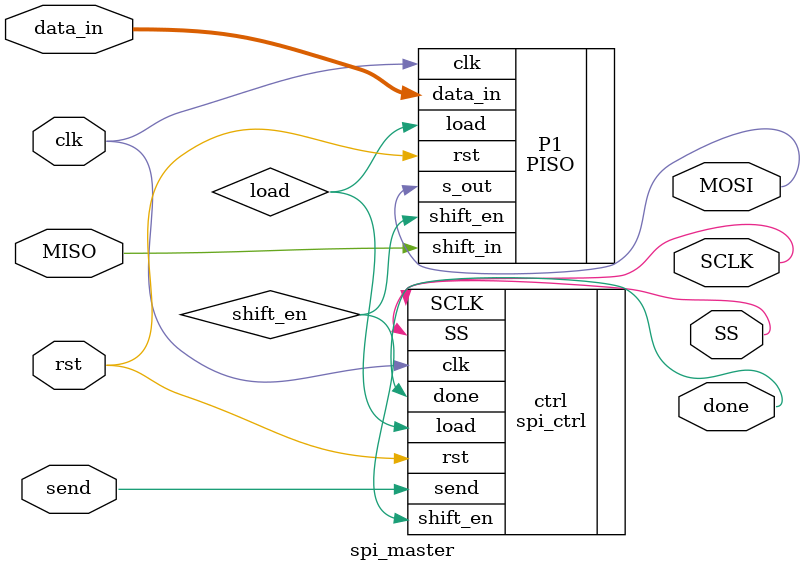
<source format=v>
`timescale 1ns / 1ps


module spi_master(
    input wire clk, rst,
    input wire [6:0] data_in,
    input wire MISO, send,
    output wire MOSI, SCLK, SS, done
);
    wire shift_en, load;
    
    PISO P1(
        .clk(clk), 
        .rst(rst), 
        .shift_en(shift_en), 
        .load(load), 
        .shift_in(MISO), 
        .data_in(data_in), 
        .s_out(MOSI)
    );
    
    spi_ctrl ctrl(
        .clk(clk),
        .rst(rst),
        .send(send),
        .shift_en(shift_en),
        .done(done),
		.load(load),
        .SCLK(SCLK),
        .SS(SS)
    );

endmodule

</source>
